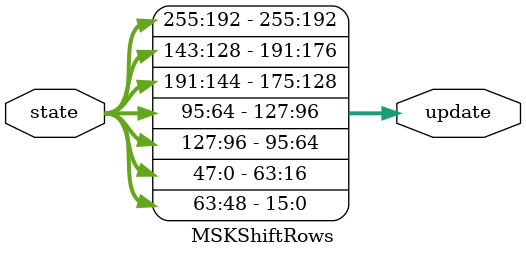
<source format=v>
`timescale 1ns / 1ps
module MSKShiftRows #(parameter d=2) (state, update);

parameter W = 8;

(* syn_keep = "true", keep = "true", fv_type = "sharing", fv_latency = 0, fv_count = 128 *) input [d*128-1 : 0] state;
(* syn_keep = "true", keep = "true", fv_type = "sharing", fv_latency = 0, fv_count = 128 *) output [d*128-1 : 0] update;

//ROW 1
assign update [16*d*W - 1 : 12*d*W] = state [16*d*W - 1 : 12*d*W];
//ROW 2
assign update [12*d*W - 1 : 11*d*W] = state [9*d*W - 1 : 8*d*W];
assign update [11*d*W - 1 : 8*d*W] = state [12*d*W - 1 : 9*d*W];
//ROW 3
assign update [8*d*W - 1 : 6*d*W] = state [6*d*W - 1 : 4*d*W];
assign update [6*d*W - 1 : 4*d*W] = state [8*d*W - 1 : 6*d*W];

//ROW 4
assign update [4*d*W - 1 : d*W] = state [3*d*W - 1 : 0];
assign update [d*W - 1 : 0] = state [4*d*W - 1 : 3*d*W];

endmodule
</source>
